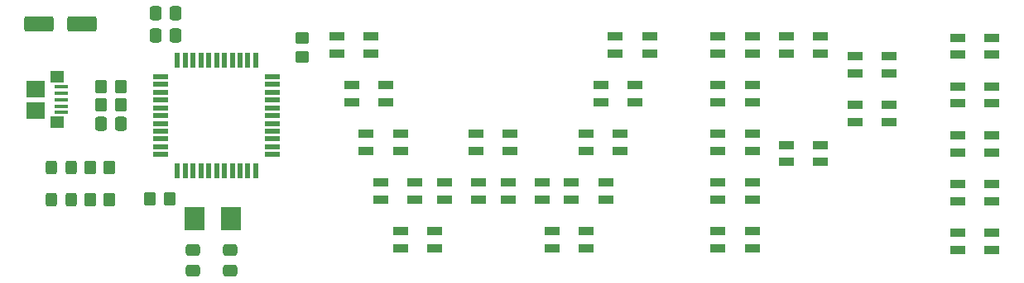
<source format=gtp>
G04 #@! TF.GenerationSoftware,KiCad,Pcbnew,8.0.1*
G04 #@! TF.CreationDate,2024-04-10T03:36:54-04:00*
G04 #@! TF.ProjectId,ieee_pcb_workshop,69656565-5f70-4636-925f-776f726b7368,rev?*
G04 #@! TF.SameCoordinates,Original*
G04 #@! TF.FileFunction,Paste,Top*
G04 #@! TF.FilePolarity,Positive*
%FSLAX46Y46*%
G04 Gerber Fmt 4.6, Leading zero omitted, Abs format (unit mm)*
G04 Created by KiCad (PCBNEW 8.0.1) date 2024-04-10 03:36:54*
%MOMM*%
%LPD*%
G01*
G04 APERTURE LIST*
G04 Aperture macros list*
%AMRoundRect*
0 Rectangle with rounded corners*
0 $1 Rounding radius*
0 $2 $3 $4 $5 $6 $7 $8 $9 X,Y pos of 4 corners*
0 Add a 4 corners polygon primitive as box body*
4,1,4,$2,$3,$4,$5,$6,$7,$8,$9,$2,$3,0*
0 Add four circle primitives for the rounded corners*
1,1,$1+$1,$2,$3*
1,1,$1+$1,$4,$5*
1,1,$1+$1,$6,$7*
1,1,$1+$1,$8,$9*
0 Add four rect primitives between the rounded corners*
20,1,$1+$1,$2,$3,$4,$5,0*
20,1,$1+$1,$4,$5,$6,$7,0*
20,1,$1+$1,$6,$7,$8,$9,0*
20,1,$1+$1,$8,$9,$2,$3,0*%
G04 Aperture macros list end*
%ADD10R,1.600000X0.850000*%
%ADD11RoundRect,0.250000X-0.325000X-0.450000X0.325000X-0.450000X0.325000X0.450000X-0.325000X0.450000X0*%
%ADD12RoundRect,0.250000X-0.475000X0.337500X-0.475000X-0.337500X0.475000X-0.337500X0.475000X0.337500X0*%
%ADD13R,2.000000X2.400000*%
%ADD14RoundRect,0.250000X0.337500X0.475000X-0.337500X0.475000X-0.337500X-0.475000X0.337500X-0.475000X0*%
%ADD15RoundRect,0.250000X-0.350000X-0.450000X0.350000X-0.450000X0.350000X0.450000X-0.350000X0.450000X0*%
%ADD16R,1.400000X0.400000*%
%ADD17R,1.450000X1.150000*%
%ADD18R,1.900000X1.750000*%
%ADD19RoundRect,0.250000X1.250000X0.550000X-1.250000X0.550000X-1.250000X-0.550000X1.250000X-0.550000X0*%
%ADD20RoundRect,0.250000X0.450000X-0.350000X0.450000X0.350000X-0.450000X0.350000X-0.450000X-0.350000X0*%
%ADD21RoundRect,0.250000X0.350000X0.450000X-0.350000X0.450000X-0.350000X-0.450000X0.350000X-0.450000X0*%
%ADD22R,1.500000X0.550000*%
%ADD23R,0.550000X1.500000*%
G04 APERTURE END LIST*
D10*
X147250000Y-141000000D03*
X147250000Y-139250000D03*
X143750000Y-139250000D03*
X143750000Y-141000000D03*
D11*
X51045000Y-150900000D03*
X53095000Y-150900000D03*
D10*
X122750000Y-145875000D03*
X122750000Y-144125000D03*
X119250000Y-144125000D03*
X119250000Y-145875000D03*
X88250000Y-150875000D03*
X88250000Y-149125000D03*
X84750000Y-149125000D03*
X84750000Y-150875000D03*
X112250000Y-135875000D03*
X112250000Y-134125000D03*
X108750000Y-134125000D03*
X108750000Y-135875000D03*
D12*
X69342000Y-156061500D03*
X69342000Y-158136500D03*
D10*
X136750000Y-142875000D03*
X136750000Y-141125000D03*
X133250000Y-141125000D03*
X133250000Y-142875000D03*
X129750000Y-135875000D03*
X129750000Y-134125000D03*
X126250000Y-134125000D03*
X126250000Y-135875000D03*
D13*
X69414000Y-152781000D03*
X65714000Y-152781000D03*
D10*
X85250000Y-140875000D03*
X85250000Y-139125000D03*
X81750000Y-139125000D03*
X81750000Y-140875000D03*
X105750000Y-155875000D03*
X105750000Y-154125000D03*
X102250000Y-154125000D03*
X102250000Y-155875000D03*
D12*
X65532000Y-156061500D03*
X65532000Y-158136500D03*
D14*
X58187500Y-143100000D03*
X56112500Y-143100000D03*
D15*
X61150000Y-150750000D03*
X63150000Y-150750000D03*
D16*
X52109000Y-139307000D03*
X52109000Y-139957000D03*
X52109000Y-140607000D03*
X52109000Y-141257000D03*
X52109000Y-141907000D03*
D17*
X51689000Y-138287000D03*
D18*
X49459000Y-139482000D03*
X49459000Y-141732000D03*
D17*
X51689000Y-142927000D03*
D10*
X122750000Y-135875000D03*
X122750000Y-134125000D03*
X119250000Y-134125000D03*
X119250000Y-135875000D03*
D19*
X54200000Y-132800000D03*
X49800000Y-132800000D03*
D10*
X110750000Y-140875000D03*
X110750000Y-139125000D03*
X107250000Y-139125000D03*
X107250000Y-140875000D03*
D20*
X76700000Y-136250000D03*
X76700000Y-134250000D03*
D10*
X122750000Y-150875000D03*
X122750000Y-149125000D03*
X119250000Y-149125000D03*
X119250000Y-150875000D03*
D21*
X58150000Y-141165000D03*
X56150000Y-141165000D03*
D14*
X63787500Y-134000000D03*
X61712500Y-134000000D03*
D10*
X90250000Y-155875000D03*
X90250000Y-154125000D03*
X86750000Y-154125000D03*
X86750000Y-155875000D03*
X129750000Y-147000000D03*
X129750000Y-145250000D03*
X126250000Y-145250000D03*
X126250000Y-147000000D03*
D15*
X55007000Y-150900000D03*
X57007000Y-150900000D03*
D10*
X136750000Y-137875000D03*
X136750000Y-136125000D03*
X133250000Y-136125000D03*
X133250000Y-137875000D03*
X98000000Y-145875000D03*
X98000000Y-144125000D03*
X94500000Y-144125000D03*
X94500000Y-145875000D03*
X122750000Y-155875000D03*
X122750000Y-154125000D03*
X119250000Y-154125000D03*
X119250000Y-155875000D03*
X147250000Y-151000000D03*
X147250000Y-149250000D03*
X143750000Y-149250000D03*
X143750000Y-151000000D03*
X147250000Y-136000000D03*
X147250000Y-134250000D03*
X143750000Y-134250000D03*
X143750000Y-136000000D03*
X94750000Y-150875000D03*
X94750000Y-149125000D03*
X91250000Y-149125000D03*
X91250000Y-150875000D03*
D21*
X58150000Y-139260000D03*
X56150000Y-139260000D03*
D10*
X107750000Y-150875000D03*
X107750000Y-149125000D03*
X104250000Y-149125000D03*
X104250000Y-150875000D03*
D14*
X63787500Y-131750000D03*
X61712500Y-131750000D03*
D10*
X83750000Y-135875000D03*
X83750000Y-134125000D03*
X80250000Y-134125000D03*
X80250000Y-135875000D03*
X101250000Y-150875000D03*
X101250000Y-149125000D03*
X97750000Y-149125000D03*
X97750000Y-150875000D03*
D15*
X55000000Y-147600000D03*
X57000000Y-147600000D03*
D22*
X62260000Y-138240000D03*
X62260000Y-139040000D03*
X62260000Y-139840000D03*
X62260000Y-140640000D03*
X62260000Y-141440000D03*
X62260000Y-142240000D03*
X62260000Y-143040000D03*
X62260000Y-143840000D03*
X62260000Y-144640000D03*
X62260000Y-145440000D03*
X62260000Y-146240000D03*
D23*
X63960000Y-147940000D03*
X64760000Y-147940000D03*
X65560000Y-147940000D03*
X66360000Y-147940000D03*
X67160000Y-147940000D03*
X67960000Y-147940000D03*
X68760000Y-147940000D03*
X69560000Y-147940000D03*
X70360000Y-147940000D03*
X71160000Y-147940000D03*
X71960000Y-147940000D03*
D22*
X73660000Y-146240000D03*
X73660000Y-145440000D03*
X73660000Y-144640000D03*
X73660000Y-143840000D03*
X73660000Y-143040000D03*
X73660000Y-142240000D03*
X73660000Y-141440000D03*
X73660000Y-140640000D03*
X73660000Y-139840000D03*
X73660000Y-139040000D03*
X73660000Y-138240000D03*
D23*
X71960000Y-136540000D03*
X71160000Y-136540000D03*
X70360000Y-136540000D03*
X69560000Y-136540000D03*
X68760000Y-136540000D03*
X67960000Y-136540000D03*
X67160000Y-136540000D03*
X66360000Y-136540000D03*
X65560000Y-136540000D03*
X64760000Y-136540000D03*
X63960000Y-136540000D03*
D10*
X86750000Y-145875000D03*
X86750000Y-144125000D03*
X83250000Y-144125000D03*
X83250000Y-145875000D03*
D11*
X51075000Y-147600000D03*
X53125000Y-147600000D03*
D10*
X109250000Y-145875000D03*
X109250000Y-144125000D03*
X105750000Y-144125000D03*
X105750000Y-145875000D03*
X147250000Y-146000000D03*
X147250000Y-144250000D03*
X143750000Y-144250000D03*
X143750000Y-146000000D03*
X122750000Y-140875000D03*
X122750000Y-139125000D03*
X119250000Y-139125000D03*
X119250000Y-140875000D03*
X147250000Y-156000000D03*
X147250000Y-154250000D03*
X143750000Y-154250000D03*
X143750000Y-156000000D03*
M02*

</source>
